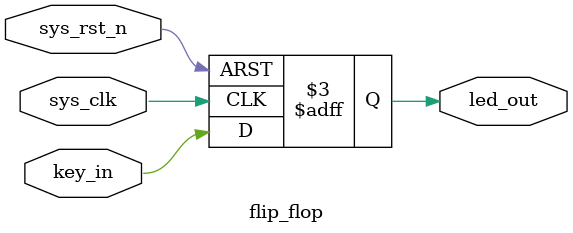
<source format=v>
module flip_flop
(
	input 	wire	sys_clk,
	input	wire	sys_rst_n,
	input   wire	key_in,
	output 	reg		led_out
);
always@(posedge sys_clk or negedge sys_rst_n)
	if(sys_rst_n == 1'b0)
		led_out <= 1'b0;
	else
		led_out <= key_in;
		
endmodule
</source>
